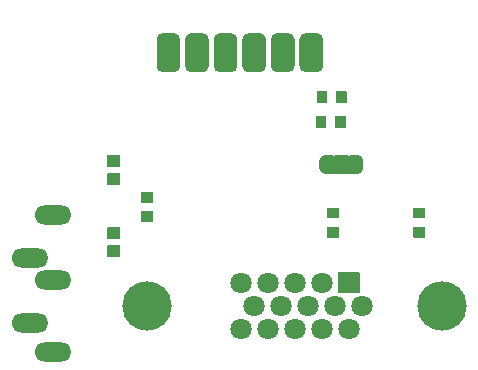
<source format=gbr>
G04 #@! TF.GenerationSoftware,KiCad,Pcbnew,(5.1.10-1-10_14)*
G04 #@! TF.CreationDate,2021-10-04T15:41:53-04:00*
G04 #@! TF.ProjectId,N64D2VGA,4e363444-3256-4474-912e-6b696361645f,1*
G04 #@! TF.SameCoordinates,Original*
G04 #@! TF.FileFunction,Soldermask,Bot*
G04 #@! TF.FilePolarity,Negative*
%FSLAX46Y46*%
G04 Gerber Fmt 4.6, Leading zero omitted, Abs format (unit mm)*
G04 Created by KiCad (PCBNEW (5.1.10-1-10_14)) date 2021-10-04 15:41:53*
%MOMM*%
%LPD*%
G01*
G04 APERTURE LIST*
%ADD10C,0.100000*%
%ADD11C,1.801600*%
%ADD12C,4.167600*%
%ADD13C,0.152400*%
%ADD14O,3.117600X1.609600*%
G04 APERTURE END LIST*
D10*
G36*
X148690000Y-100290000D02*
G01*
X150350000Y-100290000D01*
X150350000Y-98890000D01*
X148690000Y-98890000D01*
X148690000Y-100290000D01*
G37*
X148690000Y-100290000D02*
X150350000Y-100290000D01*
X150350000Y-98890000D01*
X148690000Y-98890000D01*
X148690000Y-100290000D01*
G36*
G01*
X149905800Y-95545000D02*
X149905800Y-96475000D01*
G75*
G02*
X149855000Y-96525800I-50800J0D01*
G01*
X149065000Y-96525800D01*
G75*
G02*
X149014200Y-96475000I0J50800D01*
G01*
X149014200Y-95545000D01*
G75*
G02*
X149065000Y-95494200I50800J0D01*
G01*
X149855000Y-95494200D01*
G75*
G02*
X149905800Y-95545000I0J-50800D01*
G01*
G37*
G36*
G01*
X148265800Y-95545000D02*
X148265800Y-96475000D01*
G75*
G02*
X148215000Y-96525800I-50800J0D01*
G01*
X147425000Y-96525800D01*
G75*
G02*
X147374200Y-96475000I0J50800D01*
G01*
X147374200Y-95545000D01*
G75*
G02*
X147425000Y-95494200I50800J0D01*
G01*
X148215000Y-95494200D01*
G75*
G02*
X148265800Y-95545000I0J-50800D01*
G01*
G37*
G36*
G01*
X133535000Y-104465800D02*
X132605000Y-104465800D01*
G75*
G02*
X132554200Y-104415000I0J50800D01*
G01*
X132554200Y-103625000D01*
G75*
G02*
X132605000Y-103574200I50800J0D01*
G01*
X133535000Y-103574200D01*
G75*
G02*
X133585800Y-103625000I0J-50800D01*
G01*
X133585800Y-104415000D01*
G75*
G02*
X133535000Y-104465800I-50800J0D01*
G01*
G37*
G36*
G01*
X133535000Y-102825800D02*
X132605000Y-102825800D01*
G75*
G02*
X132554200Y-102775000I0J50800D01*
G01*
X132554200Y-101985000D01*
G75*
G02*
X132605000Y-101934200I50800J0D01*
G01*
X133535000Y-101934200D01*
G75*
G02*
X133585800Y-101985000I0J-50800D01*
G01*
X133585800Y-102775000D01*
G75*
G02*
X133535000Y-102825800I-50800J0D01*
G01*
G37*
G36*
G01*
X149285000Y-105795800D02*
X148355000Y-105795800D01*
G75*
G02*
X148304200Y-105745000I0J50800D01*
G01*
X148304200Y-104955000D01*
G75*
G02*
X148355000Y-104904200I50800J0D01*
G01*
X149285000Y-104904200D01*
G75*
G02*
X149335800Y-104955000I0J-50800D01*
G01*
X149335800Y-105745000D01*
G75*
G02*
X149285000Y-105795800I-50800J0D01*
G01*
G37*
G36*
G01*
X149285000Y-104155800D02*
X148355000Y-104155800D01*
G75*
G02*
X148304200Y-104105000I0J50800D01*
G01*
X148304200Y-103315000D01*
G75*
G02*
X148355000Y-103264200I50800J0D01*
G01*
X149285000Y-103264200D01*
G75*
G02*
X149335800Y-103315000I0J-50800D01*
G01*
X149335800Y-104105000D01*
G75*
G02*
X149285000Y-104155800I-50800J0D01*
G01*
G37*
G36*
G01*
X156585000Y-105795800D02*
X155655000Y-105795800D01*
G75*
G02*
X155604200Y-105745000I0J50800D01*
G01*
X155604200Y-104955000D01*
G75*
G02*
X155655000Y-104904200I50800J0D01*
G01*
X156585000Y-104904200D01*
G75*
G02*
X156635800Y-104955000I0J-50800D01*
G01*
X156635800Y-105745000D01*
G75*
G02*
X156585000Y-105795800I-50800J0D01*
G01*
G37*
G36*
G01*
X156585000Y-104155800D02*
X155655000Y-104155800D01*
G75*
G02*
X155604200Y-104105000I0J50800D01*
G01*
X155604200Y-103315000D01*
G75*
G02*
X155655000Y-103264200I50800J0D01*
G01*
X156585000Y-103264200D01*
G75*
G02*
X156635800Y-103315000I0J-50800D01*
G01*
X156635800Y-104105000D01*
G75*
G02*
X156585000Y-104155800I-50800J0D01*
G01*
G37*
G36*
G01*
X147434200Y-94385000D02*
X147434200Y-93455000D01*
G75*
G02*
X147485000Y-93404200I50800J0D01*
G01*
X148275000Y-93404200D01*
G75*
G02*
X148325800Y-93455000I0J-50800D01*
G01*
X148325800Y-94385000D01*
G75*
G02*
X148275000Y-94435800I-50800J0D01*
G01*
X147485000Y-94435800D01*
G75*
G02*
X147434200Y-94385000I0J50800D01*
G01*
G37*
G36*
G01*
X149074200Y-94385000D02*
X149074200Y-93455000D01*
G75*
G02*
X149125000Y-93404200I50800J0D01*
G01*
X149915000Y-93404200D01*
G75*
G02*
X149965800Y-93455000I0J-50800D01*
G01*
X149965800Y-94385000D01*
G75*
G02*
X149915000Y-94435800I-50800J0D01*
G01*
X149125000Y-94435800D01*
G75*
G02*
X149074200Y-94385000I0J50800D01*
G01*
G37*
D11*
X141005000Y-113560000D03*
X143295000Y-113560000D03*
X145585000Y-113560000D03*
X147875000Y-113560000D03*
X150165000Y-113560000D03*
X142150000Y-111580000D03*
X144440000Y-111580000D03*
X146730000Y-111580000D03*
X149020000Y-111580000D03*
X151310000Y-111580000D03*
X141005000Y-109600000D03*
X143295000Y-109600000D03*
X145585000Y-109600000D03*
X147875000Y-109600000D03*
D12*
X133090000Y-111580000D03*
X158080000Y-111580000D03*
G36*
G01*
X151065800Y-108750000D02*
X151065800Y-110450000D01*
G75*
G02*
X151015000Y-110500800I-50800J0D01*
G01*
X149315000Y-110500800D01*
G75*
G02*
X149264200Y-110450000I0J50800D01*
G01*
X149264200Y-108750000D01*
G75*
G02*
X149315000Y-108699200I50800J0D01*
G01*
X151015000Y-108699200D01*
G75*
G02*
X151065800Y-108750000I0J-50800D01*
G01*
G37*
G36*
G01*
X145979200Y-91290400D02*
X145979200Y-88989600D01*
G75*
G02*
X146479600Y-88489200I500400J0D01*
G01*
X147480400Y-88489200D01*
G75*
G02*
X147980800Y-88989600I0J-500400D01*
G01*
X147980800Y-91290400D01*
G75*
G02*
X147480400Y-91790800I-500400J0D01*
G01*
X146479600Y-91790800D01*
G75*
G02*
X145979200Y-91290400I0J500400D01*
G01*
G37*
G36*
G01*
X143559200Y-91290400D02*
X143559200Y-88989600D01*
G75*
G02*
X144059600Y-88489200I500400J0D01*
G01*
X145060400Y-88489200D01*
G75*
G02*
X145560800Y-88989600I0J-500400D01*
G01*
X145560800Y-91290400D01*
G75*
G02*
X145060400Y-91790800I-500400J0D01*
G01*
X144059600Y-91790800D01*
G75*
G02*
X143559200Y-91290400I0J500400D01*
G01*
G37*
G36*
G01*
X141139200Y-91290400D02*
X141139200Y-88989600D01*
G75*
G02*
X141639600Y-88489200I500400J0D01*
G01*
X142640400Y-88489200D01*
G75*
G02*
X143140800Y-88989600I0J-500400D01*
G01*
X143140800Y-91290400D01*
G75*
G02*
X142640400Y-91790800I-500400J0D01*
G01*
X141639600Y-91790800D01*
G75*
G02*
X141139200Y-91290400I0J500400D01*
G01*
G37*
G36*
G01*
X138719200Y-91290400D02*
X138719200Y-88989600D01*
G75*
G02*
X139219600Y-88489200I500400J0D01*
G01*
X140220400Y-88489200D01*
G75*
G02*
X140720800Y-88989600I0J-500400D01*
G01*
X140720800Y-91290400D01*
G75*
G02*
X140220400Y-91790800I-500400J0D01*
G01*
X139219600Y-91790800D01*
G75*
G02*
X138719200Y-91290400I0J500400D01*
G01*
G37*
G36*
G01*
X136299200Y-91290400D02*
X136299200Y-88989600D01*
G75*
G02*
X136799600Y-88489200I500400J0D01*
G01*
X137800400Y-88489200D01*
G75*
G02*
X138300800Y-88989600I0J-500400D01*
G01*
X138300800Y-91290400D01*
G75*
G02*
X137800400Y-91790800I-500400J0D01*
G01*
X136799600Y-91790800D01*
G75*
G02*
X136299200Y-91290400I0J500400D01*
G01*
G37*
G36*
G01*
X133879200Y-91290400D02*
X133879200Y-88989600D01*
G75*
G02*
X134379600Y-88489200I500400J0D01*
G01*
X135380400Y-88489200D01*
G75*
G02*
X135880800Y-88989600I0J-500400D01*
G01*
X135880800Y-91290400D01*
G75*
G02*
X135380400Y-91790800I-500400J0D01*
G01*
X134379600Y-91790800D01*
G75*
G02*
X133879200Y-91290400I0J500400D01*
G01*
G37*
D13*
G36*
X150260089Y-100389824D02*
G01*
X150250560Y-100386933D01*
X150241777Y-100382239D01*
X150234079Y-100375921D01*
X150227761Y-100368223D01*
X150223067Y-100359440D01*
X150220176Y-100349911D01*
X150219200Y-100340000D01*
X150219200Y-98840000D01*
X150220176Y-98830089D01*
X150223067Y-98820560D01*
X150227761Y-98811777D01*
X150234079Y-98804079D01*
X150241777Y-98797761D01*
X150250560Y-98793067D01*
X150260089Y-98790176D01*
X150270000Y-98789200D01*
X150820000Y-98789200D01*
X150826113Y-98789802D01*
X150844534Y-98789802D01*
X150849514Y-98790047D01*
X150898345Y-98794857D01*
X150903275Y-98795588D01*
X150951400Y-98805160D01*
X150956237Y-98806372D01*
X151003192Y-98820616D01*
X151007885Y-98822295D01*
X151053218Y-98841072D01*
X151057726Y-98843204D01*
X151100999Y-98866335D01*
X151105273Y-98868897D01*
X151146072Y-98896157D01*
X151150077Y-98899127D01*
X151188006Y-98930255D01*
X151191700Y-98933603D01*
X151226397Y-98968300D01*
X151229745Y-98971994D01*
X151260873Y-99009923D01*
X151263843Y-99013928D01*
X151291103Y-99054727D01*
X151293665Y-99059001D01*
X151316796Y-99102274D01*
X151318928Y-99106782D01*
X151337705Y-99152115D01*
X151339384Y-99156808D01*
X151353628Y-99203763D01*
X151354840Y-99208600D01*
X151364412Y-99256725D01*
X151365143Y-99261655D01*
X151369953Y-99310486D01*
X151370198Y-99315466D01*
X151370198Y-99333887D01*
X151370800Y-99340000D01*
X151370800Y-99840000D01*
X151370198Y-99846113D01*
X151370198Y-99864534D01*
X151369953Y-99869514D01*
X151365143Y-99918345D01*
X151364412Y-99923275D01*
X151354840Y-99971400D01*
X151353628Y-99976237D01*
X151339384Y-100023192D01*
X151337705Y-100027885D01*
X151318928Y-100073218D01*
X151316796Y-100077726D01*
X151293665Y-100120999D01*
X151291103Y-100125273D01*
X151263843Y-100166072D01*
X151260873Y-100170077D01*
X151229745Y-100208006D01*
X151226397Y-100211700D01*
X151191700Y-100246397D01*
X151188006Y-100249745D01*
X151150077Y-100280873D01*
X151146072Y-100283843D01*
X151105273Y-100311103D01*
X151100999Y-100313665D01*
X151057726Y-100336796D01*
X151053218Y-100338928D01*
X151007885Y-100357705D01*
X151003192Y-100359384D01*
X150956237Y-100373628D01*
X150951400Y-100374840D01*
X150903275Y-100384412D01*
X150898345Y-100385143D01*
X150849514Y-100389953D01*
X150844534Y-100390198D01*
X150826113Y-100390198D01*
X150820000Y-100390800D01*
X150270000Y-100390800D01*
X150260089Y-100389824D01*
G37*
G36*
X148213887Y-100390198D02*
G01*
X148195466Y-100390198D01*
X148190486Y-100389953D01*
X148141655Y-100385143D01*
X148136725Y-100384412D01*
X148088600Y-100374840D01*
X148083763Y-100373628D01*
X148036808Y-100359384D01*
X148032115Y-100357705D01*
X147986782Y-100338928D01*
X147982274Y-100336796D01*
X147939001Y-100313665D01*
X147934727Y-100311103D01*
X147893928Y-100283843D01*
X147889923Y-100280873D01*
X147851994Y-100249745D01*
X147848300Y-100246397D01*
X147813603Y-100211700D01*
X147810255Y-100208006D01*
X147779127Y-100170077D01*
X147776157Y-100166072D01*
X147748897Y-100125273D01*
X147746335Y-100120999D01*
X147723204Y-100077726D01*
X147721072Y-100073218D01*
X147702295Y-100027885D01*
X147700616Y-100023192D01*
X147686372Y-99976237D01*
X147685160Y-99971400D01*
X147675588Y-99923275D01*
X147674857Y-99918345D01*
X147670047Y-99869514D01*
X147669802Y-99864534D01*
X147669802Y-99846113D01*
X147669200Y-99840000D01*
X147669200Y-99340000D01*
X147669802Y-99333887D01*
X147669802Y-99315466D01*
X147670047Y-99310486D01*
X147674857Y-99261655D01*
X147675588Y-99256725D01*
X147685160Y-99208600D01*
X147686372Y-99203763D01*
X147700616Y-99156808D01*
X147702295Y-99152115D01*
X147721072Y-99106782D01*
X147723204Y-99102274D01*
X147746335Y-99059001D01*
X147748897Y-99054727D01*
X147776157Y-99013928D01*
X147779127Y-99009923D01*
X147810255Y-98971994D01*
X147813603Y-98968300D01*
X147848300Y-98933603D01*
X147851994Y-98930255D01*
X147889923Y-98899127D01*
X147893928Y-98896157D01*
X147934727Y-98868897D01*
X147939001Y-98866335D01*
X147982274Y-98843204D01*
X147986782Y-98841072D01*
X148032115Y-98822295D01*
X148036808Y-98820616D01*
X148083763Y-98806372D01*
X148088600Y-98805160D01*
X148136725Y-98795588D01*
X148141655Y-98794857D01*
X148190486Y-98790047D01*
X148195466Y-98789802D01*
X148213887Y-98789802D01*
X148220000Y-98789200D01*
X148770000Y-98789200D01*
X148779911Y-98790176D01*
X148789440Y-98793067D01*
X148798223Y-98797761D01*
X148805921Y-98804079D01*
X148812239Y-98811777D01*
X148816933Y-98820560D01*
X148819824Y-98830089D01*
X148820800Y-98840000D01*
X148820800Y-100340000D01*
X148819824Y-100349911D01*
X148816933Y-100359440D01*
X148812239Y-100368223D01*
X148805921Y-100375921D01*
X148798223Y-100382239D01*
X148789440Y-100386933D01*
X148779911Y-100389824D01*
X148770000Y-100390800D01*
X148220000Y-100390800D01*
X148213887Y-100390198D01*
G37*
G36*
G01*
X150070800Y-98840000D02*
X150070800Y-100340000D01*
G75*
G02*
X150020000Y-100390800I-50800J0D01*
G01*
X149020000Y-100390800D01*
G75*
G02*
X148969200Y-100340000I0J50800D01*
G01*
X148969200Y-98840000D01*
G75*
G02*
X149020000Y-98789200I50800J0D01*
G01*
X150020000Y-98789200D01*
G75*
G02*
X150070800Y-98840000I0J-50800D01*
G01*
G37*
D14*
X125150000Y-115450000D03*
X123150000Y-113050000D03*
X125150000Y-109350000D03*
X123150000Y-107550000D03*
X125150000Y-103850000D03*
G36*
G01*
X129775000Y-104894200D02*
X130745000Y-104894200D01*
G75*
G02*
X130795800Y-104945000I0J-50800D01*
G01*
X130795800Y-105865000D01*
G75*
G02*
X130745000Y-105915800I-50800J0D01*
G01*
X129775000Y-105915800D01*
G75*
G02*
X129724200Y-105865000I0J50800D01*
G01*
X129724200Y-104945000D01*
G75*
G02*
X129775000Y-104894200I50800J0D01*
G01*
G37*
G36*
G01*
X129775000Y-106444200D02*
X130745000Y-106444200D01*
G75*
G02*
X130795800Y-106495000I0J-50800D01*
G01*
X130795800Y-107415000D01*
G75*
G02*
X130745000Y-107465800I-50800J0D01*
G01*
X129775000Y-107465800D01*
G75*
G02*
X129724200Y-107415000I0J50800D01*
G01*
X129724200Y-106495000D01*
G75*
G02*
X129775000Y-106444200I50800J0D01*
G01*
G37*
G36*
G01*
X129765000Y-98794200D02*
X130735000Y-98794200D01*
G75*
G02*
X130785800Y-98845000I0J-50800D01*
G01*
X130785800Y-99765000D01*
G75*
G02*
X130735000Y-99815800I-50800J0D01*
G01*
X129765000Y-99815800D01*
G75*
G02*
X129714200Y-99765000I0J50800D01*
G01*
X129714200Y-98845000D01*
G75*
G02*
X129765000Y-98794200I50800J0D01*
G01*
G37*
G36*
G01*
X129765000Y-100344200D02*
X130735000Y-100344200D01*
G75*
G02*
X130785800Y-100395000I0J-50800D01*
G01*
X130785800Y-101315000D01*
G75*
G02*
X130735000Y-101365800I-50800J0D01*
G01*
X129765000Y-101365800D01*
G75*
G02*
X129714200Y-101315000I0J50800D01*
G01*
X129714200Y-100395000D01*
G75*
G02*
X129765000Y-100344200I50800J0D01*
G01*
G37*
M02*

</source>
